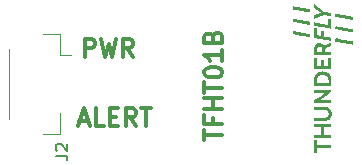
<source format=gbr>
%TF.GenerationSoftware,KiCad,Pcbnew,7.0.7-7.0.7~ubuntu23.04.1*%
%TF.CreationDate,2023-09-24T13:21:16+00:00*%
%TF.ProjectId,TFHT01,54464854-3031-42e6-9b69-6361645f7063,rev?*%
%TF.SameCoordinates,Original*%
%TF.FileFunction,Legend,Top*%
%TF.FilePolarity,Positive*%
%FSLAX46Y46*%
G04 Gerber Fmt 4.6, Leading zero omitted, Abs format (unit mm)*
G04 Created by KiCad (PCBNEW 7.0.7-7.0.7~ubuntu23.04.1) date 2023-09-24 13:21:16*
%MOMM*%
%LPD*%
G01*
G04 APERTURE LIST*
%ADD10C,0.300000*%
%ADD11C,0.150000*%
%ADD12C,0.120000*%
G04 APERTURE END LIST*
D10*
X6853710Y9837272D02*
X6853710Y11337272D01*
X6853710Y11337272D02*
X7425139Y11337272D01*
X7425139Y11337272D02*
X7567996Y11265843D01*
X7567996Y11265843D02*
X7639425Y11194415D01*
X7639425Y11194415D02*
X7710853Y11051558D01*
X7710853Y11051558D02*
X7710853Y10837272D01*
X7710853Y10837272D02*
X7639425Y10694415D01*
X7639425Y10694415D02*
X7567996Y10622986D01*
X7567996Y10622986D02*
X7425139Y10551558D01*
X7425139Y10551558D02*
X6853710Y10551558D01*
X8210853Y11337272D02*
X8567996Y9837272D01*
X8567996Y9837272D02*
X8853710Y10908700D01*
X8853710Y10908700D02*
X9139425Y9837272D01*
X9139425Y9837272D02*
X9496568Y11337272D01*
X10925139Y9837272D02*
X10425139Y10551558D01*
X10067996Y9837272D02*
X10067996Y11337272D01*
X10067996Y11337272D02*
X10639425Y11337272D01*
X10639425Y11337272D02*
X10782282Y11265843D01*
X10782282Y11265843D02*
X10853711Y11194415D01*
X10853711Y11194415D02*
X10925139Y11051558D01*
X10925139Y11051558D02*
X10925139Y10837272D01*
X10925139Y10837272D02*
X10853711Y10694415D01*
X10853711Y10694415D02*
X10782282Y10622986D01*
X10782282Y10622986D02*
X10639425Y10551558D01*
X10639425Y10551558D02*
X10067996Y10551558D01*
X16958328Y2786859D02*
X16958328Y3644001D01*
X18458328Y3215430D02*
X16958328Y3215430D01*
X17672614Y4644001D02*
X17672614Y4144001D01*
X18458328Y4144001D02*
X16958328Y4144001D01*
X16958328Y4144001D02*
X16958328Y4858287D01*
X18458328Y5429715D02*
X16958328Y5429715D01*
X17672614Y5429715D02*
X17672614Y6286858D01*
X18458328Y6286858D02*
X16958328Y6286858D01*
X16958328Y6786859D02*
X16958328Y7644001D01*
X18458328Y7215430D02*
X16958328Y7215430D01*
X16958328Y8429716D02*
X16958328Y8572573D01*
X16958328Y8572573D02*
X17029757Y8715430D01*
X17029757Y8715430D02*
X17101185Y8786858D01*
X17101185Y8786858D02*
X17244042Y8858287D01*
X17244042Y8858287D02*
X17529757Y8929716D01*
X17529757Y8929716D02*
X17886900Y8929716D01*
X17886900Y8929716D02*
X18172614Y8858287D01*
X18172614Y8858287D02*
X18315471Y8786858D01*
X18315471Y8786858D02*
X18386900Y8715430D01*
X18386900Y8715430D02*
X18458328Y8572573D01*
X18458328Y8572573D02*
X18458328Y8429716D01*
X18458328Y8429716D02*
X18386900Y8286858D01*
X18386900Y8286858D02*
X18315471Y8215430D01*
X18315471Y8215430D02*
X18172614Y8144001D01*
X18172614Y8144001D02*
X17886900Y8072573D01*
X17886900Y8072573D02*
X17529757Y8072573D01*
X17529757Y8072573D02*
X17244042Y8144001D01*
X17244042Y8144001D02*
X17101185Y8215430D01*
X17101185Y8215430D02*
X17029757Y8286858D01*
X17029757Y8286858D02*
X16958328Y8429716D01*
X18458328Y10358287D02*
X18458328Y9501144D01*
X18458328Y9929715D02*
X16958328Y9929715D01*
X16958328Y9929715D02*
X17172614Y9786858D01*
X17172614Y9786858D02*
X17315471Y9644001D01*
X17315471Y9644001D02*
X17386900Y9501144D01*
X17672614Y11501143D02*
X17744042Y11715429D01*
X17744042Y11715429D02*
X17815471Y11786858D01*
X17815471Y11786858D02*
X17958328Y11858286D01*
X17958328Y11858286D02*
X18172614Y11858286D01*
X18172614Y11858286D02*
X18315471Y11786858D01*
X18315471Y11786858D02*
X18386900Y11715429D01*
X18386900Y11715429D02*
X18458328Y11572572D01*
X18458328Y11572572D02*
X18458328Y11001143D01*
X18458328Y11001143D02*
X16958328Y11001143D01*
X16958328Y11001143D02*
X16958328Y11501143D01*
X16958328Y11501143D02*
X17029757Y11644000D01*
X17029757Y11644000D02*
X17101185Y11715429D01*
X17101185Y11715429D02*
X17244042Y11786858D01*
X17244042Y11786858D02*
X17386900Y11786858D01*
X17386900Y11786858D02*
X17529757Y11715429D01*
X17529757Y11715429D02*
X17601185Y11644000D01*
X17601185Y11644000D02*
X17672614Y11501143D01*
X17672614Y11501143D02*
X17672614Y11001143D01*
X6375882Y4398443D02*
X7090168Y4398443D01*
X6233025Y3969872D02*
X6733025Y5469872D01*
X6733025Y5469872D02*
X7233025Y3969872D01*
X8447310Y3969872D02*
X7733024Y3969872D01*
X7733024Y3969872D02*
X7733024Y5469872D01*
X8947310Y4755586D02*
X9447310Y4755586D01*
X9661596Y3969872D02*
X8947310Y3969872D01*
X8947310Y3969872D02*
X8947310Y5469872D01*
X8947310Y5469872D02*
X9661596Y5469872D01*
X11161596Y3969872D02*
X10661596Y4684158D01*
X10304453Y3969872D02*
X10304453Y5469872D01*
X10304453Y5469872D02*
X10875882Y5469872D01*
X10875882Y5469872D02*
X11018739Y5398443D01*
X11018739Y5398443D02*
X11090168Y5327015D01*
X11090168Y5327015D02*
X11161596Y5184158D01*
X11161596Y5184158D02*
X11161596Y4969872D01*
X11161596Y4969872D02*
X11090168Y4827015D01*
X11090168Y4827015D02*
X11018739Y4755586D01*
X11018739Y4755586D02*
X10875882Y4684158D01*
X10875882Y4684158D02*
X10304453Y4684158D01*
X11590168Y5469872D02*
X12447311Y5469872D01*
X12018739Y3969872D02*
X12018739Y5469872D01*
D11*
X4351019Y1444667D02*
X5065304Y1444667D01*
X5065304Y1444667D02*
X5208161Y1397048D01*
X5208161Y1397048D02*
X5303400Y1301810D01*
X5303400Y1301810D02*
X5351019Y1158953D01*
X5351019Y1158953D02*
X5351019Y1063715D01*
X4446257Y1873239D02*
X4398638Y1920858D01*
X4398638Y1920858D02*
X4351019Y2016096D01*
X4351019Y2016096D02*
X4351019Y2254191D01*
X4351019Y2254191D02*
X4398638Y2349429D01*
X4398638Y2349429D02*
X4446257Y2397048D01*
X4446257Y2397048D02*
X4541495Y2444667D01*
X4541495Y2444667D02*
X4636733Y2444667D01*
X4636733Y2444667D02*
X4779590Y2397048D01*
X4779590Y2397048D02*
X5351019Y1825620D01*
X5351019Y1825620D02*
X5351019Y2444667D01*
%TO.C,G\u002A\u002A\u002A*%
G36*
X26506671Y2358606D02*
G01*
X27700452Y2358606D01*
X27700452Y2092301D01*
X26506671Y2092301D01*
X26506671Y1679069D01*
X26240365Y1679069D01*
X26240365Y2771838D01*
X26506671Y2771838D01*
X26506671Y2358606D01*
G37*
G36*
X27700452Y8786661D02*
G01*
X26240365Y8786661D01*
X26240365Y9723321D01*
X26506671Y9723321D01*
X26506671Y9062149D01*
X26809417Y9062149D01*
X26811858Y9316976D01*
X26814299Y9571802D01*
X27076013Y9576898D01*
X27076013Y9062149D01*
X27443330Y9062149D01*
X27443330Y9741687D01*
X27700452Y9741687D01*
X27700452Y8786661D01*
G37*
G36*
X27700452Y3846242D02*
G01*
X27076013Y3846242D01*
X27076013Y3185070D01*
X27700452Y3185070D01*
X27700452Y2918765D01*
X26240365Y2918765D01*
X26240365Y3185070D01*
X26818890Y3185070D01*
X26818890Y3845980D01*
X26531924Y3848407D01*
X26244957Y3850833D01*
X26242416Y3986282D01*
X26239874Y4121730D01*
X27700452Y4121730D01*
X27700452Y3846242D01*
G37*
G36*
X27700452Y6803166D02*
G01*
X27207976Y6474866D01*
X26715501Y6146567D01*
X27207976Y6144192D01*
X27700452Y6141816D01*
X27700452Y5875671D01*
X26240365Y5875671D01*
X26240370Y6006527D01*
X26240375Y6137384D01*
X26705465Y6445013D01*
X27170556Y6752641D01*
X26705216Y6755021D01*
X26239875Y6757401D01*
X26244957Y7028129D01*
X26972705Y7030480D01*
X27700452Y7032831D01*
X27700452Y6803166D01*
G37*
G36*
X24474696Y11996458D02*
G01*
X24489151Y11993943D01*
X24520218Y11988505D01*
X24566419Y11980403D01*
X24626279Y11969897D01*
X24698320Y11957246D01*
X24781065Y11942710D01*
X24873039Y11926547D01*
X24972764Y11909018D01*
X25078764Y11890381D01*
X25189562Y11870896D01*
X25202694Y11868587D01*
X25896005Y11746644D01*
X25898547Y11611953D01*
X25899225Y11557220D01*
X25898762Y11518622D01*
X25897007Y11493951D01*
X25893809Y11481004D01*
X25889364Y11477552D01*
X25878678Y11479155D01*
X25851297Y11483711D01*
X25808610Y11490977D01*
X25752007Y11500713D01*
X25682879Y11512678D01*
X25602617Y11526629D01*
X25512609Y11542327D01*
X25414247Y11559528D01*
X25308920Y11577993D01*
X25198019Y11597479D01*
X25161370Y11603928D01*
X24445101Y11730014D01*
X24440009Y12002388D01*
X24474696Y11996458D01*
G37*
G36*
X28071322Y12412015D02*
G01*
X28098703Y12407455D01*
X28141389Y12400183D01*
X28197991Y12390439D01*
X28267117Y12378465D01*
X28347379Y12364503D01*
X28437385Y12348794D01*
X28535745Y12331580D01*
X28641071Y12313102D01*
X28751970Y12293602D01*
X28788630Y12287146D01*
X29504899Y12160971D01*
X29509991Y11888795D01*
X29475305Y11894743D01*
X29460849Y11897260D01*
X29429782Y11902697D01*
X29383579Y11910794D01*
X29323718Y11921294D01*
X29251675Y11933936D01*
X29168927Y11948461D01*
X29076951Y11964610D01*
X28977224Y11982125D01*
X28871222Y12000745D01*
X28760421Y12020211D01*
X28747307Y12022516D01*
X28053995Y12144340D01*
X28051454Y12279130D01*
X28050776Y12333883D01*
X28051238Y12372502D01*
X28052990Y12397191D01*
X28056184Y12410155D01*
X28060637Y12413621D01*
X28071322Y12412015D01*
G37*
G36*
X25110864Y12926970D02*
G01*
X25220757Y12907636D01*
X25326673Y12889012D01*
X25427021Y12871377D01*
X25520209Y12855011D01*
X25604645Y12840191D01*
X25678738Y12827198D01*
X25740897Y12816311D01*
X25789528Y12807809D01*
X25823041Y12801972D01*
X25838612Y12799286D01*
X25900597Y12788762D01*
X25900597Y12514583D01*
X25879935Y12519539D01*
X25867796Y12521880D01*
X25838991Y12527135D01*
X25794943Y12535051D01*
X25737077Y12545378D01*
X25666817Y12557861D01*
X25585587Y12572248D01*
X25494811Y12588287D01*
X25395914Y12605726D01*
X25290319Y12624312D01*
X25179451Y12643791D01*
X25152751Y12648478D01*
X25041368Y12668055D01*
X24935308Y12686760D01*
X24835950Y12704344D01*
X24744671Y12720561D01*
X24662851Y12735164D01*
X24591868Y12747907D01*
X24533100Y12758541D01*
X24487925Y12766822D01*
X24457723Y12772500D01*
X24443871Y12775331D01*
X24443116Y12775571D01*
X24442178Y12785361D01*
X24441705Y12810177D01*
X24441710Y12846684D01*
X24442207Y12891550D01*
X24442553Y12911406D01*
X24445101Y13044128D01*
X25110864Y12926970D01*
G37*
G36*
X28070065Y13465651D02*
G01*
X28082256Y13463354D01*
X28111090Y13458157D01*
X28155118Y13450317D01*
X28212891Y13440089D01*
X28282960Y13427727D01*
X28363874Y13413488D01*
X28454186Y13397627D01*
X28552445Y13380399D01*
X28657202Y13362059D01*
X28767007Y13342862D01*
X28774856Y13341491D01*
X28885101Y13322222D01*
X28990504Y13303777D01*
X29089602Y13286413D01*
X29180933Y13270387D01*
X29263036Y13255957D01*
X29334447Y13243379D01*
X29393706Y13232912D01*
X29439350Y13224812D01*
X29469916Y13219337D01*
X29483943Y13216743D01*
X29484237Y13216683D01*
X29509491Y13211377D01*
X29509491Y13078954D01*
X29509071Y13023821D01*
X29507697Y12985028D01*
X29505194Y12960567D01*
X29501389Y12948430D01*
X29498012Y12946191D01*
X29487367Y12947689D01*
X29460022Y12952132D01*
X29417364Y12959281D01*
X29360781Y12968898D01*
X29291660Y12980744D01*
X29211388Y12994580D01*
X29121353Y13010167D01*
X29022942Y13027267D01*
X28917544Y13045641D01*
X28806544Y13065050D01*
X28767968Y13071809D01*
X28049404Y13197766D01*
X28049404Y13470308D01*
X28070065Y13465651D01*
G37*
G36*
X28696801Y11260320D02*
G01*
X28805585Y11241211D01*
X28910990Y11222687D01*
X29011315Y11205047D01*
X29104860Y11188591D01*
X29189924Y11173618D01*
X29264806Y11160428D01*
X29327806Y11149319D01*
X29377224Y11140592D01*
X29411359Y11134546D01*
X29424548Y11132195D01*
X29509491Y11116958D01*
X29509491Y10984890D01*
X29509385Y10933269D01*
X29508793Y10897221D01*
X29507300Y10873952D01*
X29504489Y10860670D01*
X29499947Y10854580D01*
X29493257Y10852891D01*
X29489869Y10852822D01*
X29478200Y10854362D01*
X29450318Y10858789D01*
X29407886Y10865811D01*
X29352573Y10875137D01*
X29286042Y10886474D01*
X29209961Y10899532D01*
X29125994Y10914019D01*
X29035808Y10929643D01*
X28941068Y10946112D01*
X28843440Y10963136D01*
X28744590Y10980423D01*
X28646184Y10997680D01*
X28549887Y11014618D01*
X28457364Y11030943D01*
X28370283Y11046364D01*
X28290308Y11060591D01*
X28219105Y11073331D01*
X28158341Y11084293D01*
X28109680Y11093185D01*
X28074789Y11099715D01*
X28055333Y11103593D01*
X28051762Y11104525D01*
X28050913Y11114223D01*
X28050514Y11138957D01*
X28050572Y11175405D01*
X28051095Y11220243D01*
X28051447Y11240299D01*
X28053995Y11373209D01*
X28696801Y11260320D01*
G37*
G36*
X24457308Y14093415D02*
G01*
X24483937Y14089004D01*
X24525912Y14081891D01*
X24581861Y14072313D01*
X24650414Y14060505D01*
X24730199Y14046706D01*
X24819844Y14031152D01*
X24917978Y14014080D01*
X25023229Y13995727D01*
X25134227Y13976330D01*
X25177441Y13968767D01*
X25900597Y13842160D01*
X25900597Y13569511D01*
X25875344Y13574793D01*
X25862400Y13577194D01*
X25832826Y13582492D01*
X25788083Y13590431D01*
X25729633Y13600753D01*
X25658939Y13613202D01*
X25577462Y13627520D01*
X25486665Y13643450D01*
X25388010Y13660734D01*
X25282959Y13679116D01*
X25172973Y13698339D01*
X25165962Y13699563D01*
X25055857Y13718808D01*
X24950698Y13737216D01*
X24851936Y13754531D01*
X24761020Y13770498D01*
X24679400Y13784861D01*
X24608524Y13797365D01*
X24549842Y13807755D01*
X24504803Y13815776D01*
X24474857Y13821171D01*
X24461453Y13823686D01*
X24461172Y13823748D01*
X24453118Y13826228D01*
X24447486Y13831319D01*
X24443844Y13841905D01*
X24441759Y13860872D01*
X24440796Y13891108D01*
X24440523Y13935498D01*
X24440510Y13961420D01*
X24440958Y14008514D01*
X24442191Y14048345D01*
X24444040Y14077666D01*
X24446339Y14093231D01*
X24447397Y14094886D01*
X24457308Y14093415D01*
G37*
G36*
X27463992Y13015871D02*
G01*
X27482125Y13012327D01*
X27512901Y13006687D01*
X27550855Y12999943D01*
X27567300Y12997076D01*
X27607369Y12990058D01*
X27643239Y12983643D01*
X27669092Y12978875D01*
X27675199Y12977688D01*
X27700452Y12972621D01*
X27700452Y12587667D01*
X27700342Y12489544D01*
X27699984Y12408438D01*
X27699338Y12343003D01*
X27698365Y12291892D01*
X27697023Y12253756D01*
X27695273Y12227250D01*
X27693075Y12211026D01*
X27690388Y12203737D01*
X27688974Y12203013D01*
X27678327Y12204619D01*
X27650985Y12209178D01*
X27608336Y12216450D01*
X27551770Y12226194D01*
X27482676Y12238167D01*
X27402445Y12252128D01*
X27312464Y12267836D01*
X27214125Y12285049D01*
X27108816Y12303526D01*
X26997927Y12323025D01*
X26961226Y12329488D01*
X26244957Y12455663D01*
X26242416Y12590902D01*
X26241898Y12638363D01*
X26242172Y12678543D01*
X26243160Y12708240D01*
X26244784Y12724252D01*
X26245723Y12726141D01*
X26256167Y12724590D01*
X26282841Y12720157D01*
X26323893Y12713165D01*
X26377469Y12703941D01*
X26441717Y12692811D01*
X26514784Y12680100D01*
X26594816Y12666134D01*
X26679962Y12651238D01*
X26768367Y12635739D01*
X26858179Y12619961D01*
X26947545Y12604231D01*
X27034613Y12588874D01*
X27117528Y12574215D01*
X27194439Y12560582D01*
X27263493Y12548298D01*
X27322835Y12537690D01*
X27370614Y12529084D01*
X27404977Y12522805D01*
X27424071Y12519179D01*
X27427260Y12518478D01*
X27432008Y12518078D01*
X27435719Y12521346D01*
X27438520Y12530243D01*
X27440538Y12546729D01*
X27441900Y12572766D01*
X27442733Y12610314D01*
X27443163Y12661334D01*
X27443317Y12727788D01*
X27443330Y12767020D01*
X27443330Y13020344D01*
X27463992Y13015871D01*
G37*
G36*
X27027677Y8578119D02*
G01*
X27119878Y8569732D01*
X27181245Y8558121D01*
X27288968Y8523367D01*
X27386575Y8474257D01*
X27472946Y8411666D01*
X27546964Y8336474D01*
X27607509Y8249557D01*
X27630759Y8205396D01*
X27646003Y8173062D01*
X27658599Y8144386D01*
X27668820Y8117211D01*
X27676939Y8089379D01*
X27683229Y8058735D01*
X27687962Y8023120D01*
X27691411Y7980380D01*
X27693849Y7928355D01*
X27695549Y7864891D01*
X27696783Y7787830D01*
X27697823Y7695015D01*
X27698043Y7673230D01*
X27701620Y7317392D01*
X27461696Y7317392D01*
X26238216Y7317392D01*
X26241935Y7583697D01*
X26488305Y7583697D01*
X27461696Y7583697D01*
X27461696Y7753129D01*
X27461130Y7810979D01*
X27459560Y7866037D01*
X27457179Y7914236D01*
X27454181Y7951510D01*
X27451363Y7971224D01*
X27425926Y8049384D01*
X27385325Y8117705D01*
X27330358Y8175430D01*
X27261826Y8221802D01*
X27180526Y8256063D01*
X27138675Y8267638D01*
X27082602Y8276690D01*
X27015431Y8281119D01*
X26943818Y8281000D01*
X26874419Y8276410D01*
X26813890Y8267422D01*
X26798145Y8263800D01*
X26734577Y8244641D01*
X26683291Y8221734D01*
X26638212Y8191891D01*
X26603293Y8161601D01*
X26569156Y8126101D01*
X26542225Y8089681D01*
X26521729Y8049641D01*
X26506895Y8003287D01*
X26496951Y7947920D01*
X26491125Y7880845D01*
X26488644Y7799364D01*
X26488414Y7760468D01*
X26488305Y7583697D01*
X26241935Y7583697D01*
X26242865Y7650273D01*
X26244185Y7739126D01*
X26245506Y7811837D01*
X26246960Y7870629D01*
X26248679Y7917727D01*
X26250794Y7955353D01*
X26253439Y7985730D01*
X26256745Y8011083D01*
X26260843Y8033635D01*
X26265867Y8055608D01*
X26267267Y8061209D01*
X26303585Y8170723D01*
X26353890Y8268641D01*
X26417602Y8354376D01*
X26494146Y8427339D01*
X26582942Y8486944D01*
X26683414Y8532603D01*
X26751254Y8553633D01*
X26836577Y8569998D01*
X26930980Y8578184D01*
X27027677Y8578119D01*
G37*
G36*
X27695414Y11054875D02*
G01*
X27697567Y11031832D01*
X27699219Y10996316D01*
X27700219Y10951271D01*
X27700452Y10914064D01*
X27700452Y10762567D01*
X27436443Y10625715D01*
X27172433Y10488863D01*
X27167351Y10219199D01*
X27700452Y10219199D01*
X27700452Y9943601D01*
X26972705Y9945952D01*
X26940425Y9946056D01*
X26244957Y9948303D01*
X26245577Y10219199D01*
X26467590Y10219199D01*
X26940425Y10219199D01*
X26936039Y10368422D01*
X26933364Y10436027D01*
X26929659Y10487748D01*
X26924669Y10526049D01*
X26918139Y10553396D01*
X26916415Y10558337D01*
X26887516Y10615484D01*
X26848848Y10657460D01*
X26799512Y10684869D01*
X26738606Y10698316D01*
X26705007Y10699988D01*
X26636674Y10693170D01*
X26579621Y10672249D01*
X26534307Y10637509D01*
X26501191Y10589234D01*
X26492130Y10568021D01*
X26485320Y10543047D01*
X26480031Y10507834D01*
X26476014Y10459941D01*
X26473020Y10396923D01*
X26472233Y10373013D01*
X26467590Y10219199D01*
X26245577Y10219199D01*
X26245692Y10269705D01*
X26246092Y10365918D01*
X26246982Y10445945D01*
X26248614Y10511966D01*
X26251242Y10566159D01*
X26255118Y10610705D01*
X26260496Y10647782D01*
X26267628Y10679568D01*
X26276768Y10708244D01*
X26288169Y10735988D01*
X26302084Y10764980D01*
X26303547Y10767880D01*
X26349557Y10840581D01*
X26406561Y10898592D01*
X26474480Y10941846D01*
X26546618Y10968573D01*
X26594471Y10977129D01*
X26652651Y10981259D01*
X26714907Y10981091D01*
X26774987Y10976753D01*
X26826640Y10968373D01*
X26848263Y10962403D01*
X26925357Y10927019D01*
X26992372Y10876390D01*
X27048737Y10810983D01*
X27066287Y10783950D01*
X27079875Y10761522D01*
X27089030Y10746709D01*
X27090865Y10743908D01*
X27099220Y10747350D01*
X27121916Y10758600D01*
X27157148Y10776714D01*
X27203112Y10800749D01*
X27258002Y10829760D01*
X27320014Y10862803D01*
X27387342Y10898934D01*
X27389355Y10900018D01*
X27457106Y10936480D01*
X27519810Y10970174D01*
X27575616Y11000111D01*
X27622676Y11025301D01*
X27659141Y11044754D01*
X27683161Y11057480D01*
X27692887Y11062490D01*
X27692909Y11062499D01*
X27695414Y11054875D01*
G37*
G36*
X26747723Y5597952D02*
G01*
X26857242Y5597237D01*
X26950022Y5596554D01*
X27027687Y5595836D01*
X27091865Y5595015D01*
X27144181Y5594021D01*
X27186261Y5592789D01*
X27219731Y5591248D01*
X27246217Y5589333D01*
X27267344Y5586974D01*
X27284738Y5584103D01*
X27300027Y5580653D01*
X27314834Y5576556D01*
X27323802Y5573869D01*
X27423812Y5535453D01*
X27510705Y5485128D01*
X27583903Y5423437D01*
X27642830Y5350922D01*
X27686905Y5268126D01*
X27705411Y5215695D01*
X27713672Y5180619D01*
X27721735Y5134671D01*
X27728730Y5084394D01*
X27733792Y5036329D01*
X27736053Y4997017D01*
X27735977Y4985167D01*
X27734266Y4958983D01*
X27731005Y4922902D01*
X27727384Y4889053D01*
X27707501Y4788738D01*
X27672583Y4697681D01*
X27623362Y4616961D01*
X27560570Y4547657D01*
X27484940Y4490848D01*
X27440618Y4466524D01*
X27405323Y4450215D01*
X27370167Y4436255D01*
X27333473Y4424481D01*
X27293565Y4414730D01*
X27248763Y4406838D01*
X27197392Y4400643D01*
X27137773Y4395980D01*
X27068228Y4392688D01*
X26987082Y4390603D01*
X26892655Y4389562D01*
X26783271Y4389401D01*
X26657253Y4389958D01*
X26653598Y4389982D01*
X26244957Y4392627D01*
X26242416Y4528075D01*
X26239874Y4663523D01*
X26671053Y4663523D01*
X26774653Y4663747D01*
X26870189Y4664395D01*
X26956007Y4665436D01*
X27030449Y4666837D01*
X27091860Y4668565D01*
X27138585Y4670587D01*
X27168966Y4672872D01*
X27173300Y4673408D01*
X27257892Y4690550D01*
X27326934Y4716804D01*
X27381305Y4753069D01*
X27421884Y4800249D01*
X27449548Y4859245D01*
X27465179Y4930959D01*
X27468992Y4976780D01*
X27467175Y5060530D01*
X27453132Y5131046D01*
X27426066Y5189472D01*
X27385182Y5236950D01*
X27329685Y5274621D01*
X27258778Y5303628D01*
X27236738Y5310164D01*
X27220953Y5314205D01*
X27204099Y5317619D01*
X27184469Y5320474D01*
X27160360Y5322841D01*
X27130068Y5324787D01*
X27091887Y5326383D01*
X27044113Y5327697D01*
X26985042Y5328799D01*
X26912968Y5329756D01*
X26826188Y5330639D01*
X26722996Y5331517D01*
X26706399Y5331649D01*
X26240365Y5335339D01*
X26240365Y5601180D01*
X26747723Y5597952D01*
G37*
G36*
X26639823Y13965161D02*
G01*
X26714856Y13907158D01*
X26786061Y13852308D01*
X26852017Y13801691D01*
X26911306Y13756385D01*
X26962509Y13717473D01*
X27004207Y13686033D01*
X27034982Y13663145D01*
X27053413Y13649889D01*
X27057647Y13647162D01*
X27072086Y13642656D01*
X27102285Y13635599D01*
X27145887Y13626463D01*
X27200536Y13615716D01*
X27263874Y13603826D01*
X27333546Y13591264D01*
X27374458Y13584108D01*
X27446228Y13571636D01*
X27512643Y13559983D01*
X27571420Y13549558D01*
X27620273Y13540771D01*
X27656919Y13534031D01*
X27679073Y13529748D01*
X27684382Y13528551D01*
X27690717Y13524967D01*
X27695145Y13516681D01*
X27698001Y13500857D01*
X27699615Y13474659D01*
X27700320Y13435250D01*
X27700452Y13391285D01*
X27700081Y13344324D01*
X27699061Y13304680D01*
X27697531Y13275590D01*
X27695630Y13260288D01*
X27694766Y13258751D01*
X27684701Y13260284D01*
X27658652Y13264643D01*
X27618720Y13271465D01*
X27567008Y13280387D01*
X27505618Y13291047D01*
X27436653Y13303082D01*
X27374420Y13313987D01*
X27059760Y13369223D01*
X26654912Y13199200D01*
X26573729Y13165149D01*
X26497771Y13133373D01*
X26428702Y13104563D01*
X26368190Y13079409D01*
X26317899Y13058603D01*
X26279495Y13042836D01*
X26254645Y13032798D01*
X26245013Y13029180D01*
X26244982Y13029177D01*
X26243399Y13037839D01*
X26242340Y13061751D01*
X26241860Y13097804D01*
X26242015Y13142889D01*
X26242428Y13172591D01*
X26244957Y13316004D01*
X26531711Y13432009D01*
X26599690Y13459641D01*
X26661908Y13485188D01*
X26716400Y13507820D01*
X26761198Y13526711D01*
X26794336Y13541033D01*
X26813848Y13549960D01*
X26818359Y13552605D01*
X26811203Y13558895D01*
X26790849Y13574865D01*
X26758891Y13599310D01*
X26716924Y13631026D01*
X26666543Y13668808D01*
X26609343Y13711453D01*
X26546919Y13757756D01*
X26532814Y13768188D01*
X26469258Y13815344D01*
X26410431Y13859330D01*
X26357958Y13898906D01*
X26313463Y13932831D01*
X26278571Y13959866D01*
X26254907Y13978769D01*
X26244095Y13988301D01*
X26243614Y13988982D01*
X26242453Y14001222D01*
X26241785Y14028317D01*
X26241640Y14066759D01*
X26242046Y14113043D01*
X26242405Y14134857D01*
X26244957Y14270930D01*
X26639823Y13965161D01*
G37*
G36*
X26280510Y12275587D02*
G01*
X26316528Y12270415D01*
X26360174Y12263214D01*
X26371515Y12261214D01*
X26416739Y12253224D01*
X26455379Y12246554D01*
X26483880Y12241807D01*
X26498685Y12239585D01*
X26499783Y12239495D01*
X26501445Y12230659D01*
X26502963Y12205618D01*
X26504286Y12166529D01*
X26505366Y12115553D01*
X26506151Y12054849D01*
X26506592Y11986575D01*
X26506671Y11941651D01*
X26506671Y11643856D01*
X26554881Y11634300D01*
X26586919Y11628186D01*
X26629241Y11620424D01*
X26674025Y11612443D01*
X26685738Y11610399D01*
X26725061Y11603479D01*
X26759454Y11597255D01*
X26783457Y11592723D01*
X26789046Y11591580D01*
X26809707Y11587107D01*
X26809707Y11816855D01*
X26809912Y11891153D01*
X26810580Y11948767D01*
X26811796Y11991374D01*
X26813643Y12020654D01*
X26816207Y12038284D01*
X26819569Y12045942D01*
X26821186Y12046589D01*
X26833830Y12045004D01*
X26860175Y12040773D01*
X26895878Y12034671D01*
X26936596Y12027470D01*
X26977983Y12019945D01*
X27015698Y12012868D01*
X27045396Y12007012D01*
X27055351Y12004901D01*
X27076013Y12000339D01*
X27076013Y11541892D01*
X27096674Y11537204D01*
X27111005Y11534443D01*
X27140832Y11529059D01*
X27183545Y11521509D01*
X27236535Y11512252D01*
X27297192Y11501746D01*
X27360684Y11490831D01*
X27428127Y11479230D01*
X27492118Y11468133D01*
X27549659Y11458067D01*
X27597754Y11449558D01*
X27633406Y11443133D01*
X27652242Y11439595D01*
X27700452Y11430045D01*
X27700452Y11297543D01*
X27700225Y11245192D01*
X27699347Y11208526D01*
X27697519Y11184871D01*
X27694446Y11171550D01*
X27689829Y11165885D01*
X27685744Y11165042D01*
X27674022Y11166598D01*
X27646047Y11171071D01*
X27603491Y11178165D01*
X27548028Y11187585D01*
X27481329Y11199036D01*
X27405068Y11212224D01*
X27320917Y11226853D01*
X27230548Y11242628D01*
X27135635Y11259255D01*
X27037850Y11276438D01*
X26938865Y11293882D01*
X26840353Y11311293D01*
X26743987Y11328374D01*
X26651439Y11344833D01*
X26564382Y11360372D01*
X26484489Y11374698D01*
X26413432Y11387515D01*
X26352884Y11398529D01*
X26304518Y11407444D01*
X26270005Y11413965D01*
X26251019Y11417798D01*
X26247817Y11418642D01*
X26246417Y11428360D01*
X26245144Y11454232D01*
X26244006Y11494046D01*
X26243009Y11545591D01*
X26242159Y11606656D01*
X26241464Y11675028D01*
X26240930Y11748497D01*
X26240562Y11824851D01*
X26240369Y11901879D01*
X26240357Y11977368D01*
X26240532Y12049108D01*
X26240900Y12114887D01*
X26241470Y12172493D01*
X26242246Y12219715D01*
X26243236Y12254342D01*
X26244446Y12274162D01*
X26245250Y12278000D01*
X26255593Y12278270D01*
X26280510Y12275587D01*
G37*
D12*
%TO.C,J2*%
X4707200Y11735000D02*
X4707200Y9935000D01*
X3257200Y11735000D02*
X4707200Y11735000D01*
X437200Y10465000D02*
X437200Y4535000D01*
X4707200Y9935000D02*
X5697200Y9935000D01*
X4707200Y3265000D02*
X4707200Y5065000D01*
X3257200Y3265000D02*
X4707200Y3265000D01*
%TD*%
M02*

</source>
